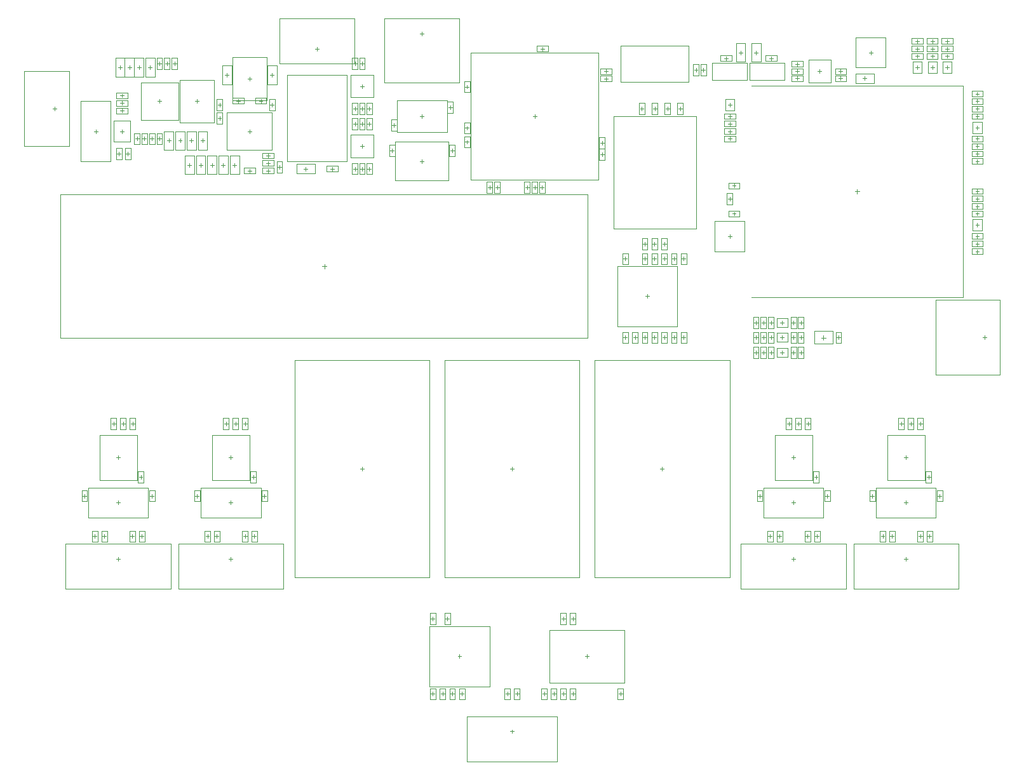
<source format=gbr>
%TF.GenerationSoftware,Altium Limited,Altium Designer,23.3.1 (30)*%
G04 Layer_Color=32896*
%FSLAX45Y45*%
%MOMM*%
%TF.SameCoordinates,E4F86091-2262-4A10-A0E3-B6E4D0D901A0*%
%TF.FilePolarity,Positive*%
%TF.FileFunction,Other,Top_Courtyard*%
%TF.Part,Single*%
G01*
G75*
%TA.AperFunction,NonConductor*%
%ADD81C,0.10000*%
%ADD84C,0.05000*%
%ADD158C,0.02000*%
%ADD159C,0.01000*%
D81*
X1350000Y9200000D02*
Y10700000D01*
Y9200000D02*
X2450000D01*
Y10700000D01*
X1350000D02*
X2450000D01*
D84*
X4569999Y9700000D02*
X4629999D01*
X4599999Y9670000D02*
Y9730000D01*
X3190299Y11109700D02*
X6009699D01*
Y8290300D02*
Y11109700D01*
X3190299Y8290300D02*
X6009699D01*
X2669200Y11185000D02*
X3130800D01*
X2669200D02*
Y11415000D01*
X3130800D01*
Y11185000D02*
Y11415000D01*
X3169200Y11415000D02*
X3630800D01*
Y11185000D02*
Y11415000D01*
X3169200Y11185000D02*
X3630800D01*
X3169200D02*
Y11415000D01*
X1010280Y7742420D02*
Y9657580D01*
X-6022980D02*
X1010280D01*
X-6022980Y7742420D02*
Y9657580D01*
Y7742420D02*
X1010280D01*
X-2500000Y8670000D02*
Y8730000D01*
X-2530000Y8700000D02*
X-2470000D01*
D158*
X-4987500Y5965000D02*
X-4912500D01*
Y5815000D02*
Y5965000D01*
X-4987500Y5815000D02*
Y5965000D01*
X-4950000Y5865000D02*
Y5915000D01*
X-4975000Y5890000D02*
X-4925000D01*
X-4987500Y5815000D02*
X-4912500D01*
X6275000Y9462500D02*
Y9537500D01*
X6125000Y9462500D02*
X6275000D01*
X6125000Y9537500D02*
X6275000D01*
X6175000Y9500000D02*
X6225000D01*
X6200000Y9475000D02*
Y9525000D01*
X6125000Y9462500D02*
Y9537500D01*
X6275000Y9062500D02*
Y9137500D01*
X6125000Y9062500D02*
X6275000D01*
X6125000Y9137500D02*
X6275000D01*
X6175000Y9100000D02*
X6225000D01*
X6200000Y9075000D02*
Y9125000D01*
X6125000Y9062500D02*
Y9137500D01*
X6275000Y10762500D02*
Y10837500D01*
X6125000Y10762500D02*
X6275000D01*
X6125000Y10837500D02*
X6275000D01*
X6175000Y10800000D02*
X6225000D01*
X6200000Y10775000D02*
Y10825000D01*
X6125000Y10762500D02*
Y10837500D01*
Y10962500D02*
Y11037500D01*
X6275000D01*
X6125000Y10962500D02*
X6275000D01*
X6175000Y11000000D02*
X6225000D01*
X6200000Y10975000D02*
Y11025000D01*
X6275000Y10962500D02*
Y11037500D01*
X6125000Y9662500D02*
Y9737500D01*
X6275000D01*
X6125000Y9662500D02*
X6275000D01*
X6175000Y9700000D02*
X6225000D01*
X6200000Y9675000D02*
Y9725000D01*
X6275000Y9662500D02*
Y9737500D01*
Y10362500D02*
Y10437500D01*
X6125000Y10362500D02*
X6275000D01*
X6125000Y10437500D02*
X6275000D01*
X6175000Y10400000D02*
X6225000D01*
X6200000Y10375000D02*
Y10425000D01*
X6125000Y10362500D02*
Y10437500D01*
X1860000Y7825000D02*
X1935000D01*
X1872500Y7750000D02*
X1922500D01*
X1897500Y7725000D02*
Y7775000D01*
X1935000Y7675000D02*
Y7825000D01*
X1860000Y7675000D02*
Y7825000D01*
Y7675000D02*
X1935000D01*
X1990000Y7825000D02*
X2065000D01*
X2002500Y7750000D02*
X2052500D01*
X2027500Y7725000D02*
Y7775000D01*
X2065000Y7675000D02*
Y7825000D01*
X1990000Y7675000D02*
Y7825000D01*
Y7675000D02*
X2065000D01*
X1730000Y7825000D02*
X1805000D01*
X1742500Y7750000D02*
X1792500D01*
X1767500Y7725000D02*
Y7775000D01*
X1805000Y7675000D02*
Y7825000D01*
X1730000Y7675000D02*
Y7825000D01*
Y7675000D02*
X1805000D01*
X1470000Y7825000D02*
X1545000D01*
X1482500Y7750000D02*
X1532500D01*
X1507500Y7725000D02*
Y7775000D01*
X1545000Y7675000D02*
Y7825000D01*
X1470000Y7675000D02*
Y7825000D01*
Y7675000D02*
X1545000D01*
X1600000Y7825000D02*
X1675000D01*
X1612500Y7750000D02*
X1662500D01*
X1637500Y7725000D02*
Y7775000D01*
X1675000Y7675000D02*
Y7825000D01*
X1600000Y7675000D02*
Y7825000D01*
Y7675000D02*
X1675000D01*
X1730000Y8925000D02*
X1805000D01*
X1742500Y9000000D02*
X1792500D01*
X1767500Y8975000D02*
Y9025000D01*
X1730000Y8925000D02*
Y9075000D01*
X1805000Y8925000D02*
Y9075000D01*
X1730000D02*
X1805000D01*
X1990000Y8925000D02*
X2065000D01*
X2002500Y9000000D02*
X2052500D01*
X2027500Y8975000D02*
Y9025000D01*
X1990000Y8925000D02*
Y9075000D01*
X2065000Y8925000D02*
Y9075000D01*
X1990000D02*
X2065000D01*
X1860000Y8925000D02*
X1935000D01*
X1872500Y9000000D02*
X1922500D01*
X1897500Y8975000D02*
Y9025000D01*
X1860000Y8925000D02*
Y9075000D01*
X1935000Y8925000D02*
Y9075000D01*
X1860000D02*
X1935000D01*
X2250000Y8725000D02*
X2325000D01*
X2262500Y8800000D02*
X2312500D01*
X2287500Y8775000D02*
Y8825000D01*
X2250000Y8725000D02*
Y8875000D01*
X2325000Y8725000D02*
Y8875000D01*
X2250000D02*
X2325000D01*
X2120000Y7825000D02*
X2195000D01*
X2132500Y7750000D02*
X2182500D01*
X2157500Y7725000D02*
Y7775000D01*
X2195000Y7675000D02*
Y7825000D01*
X2120000Y7675000D02*
Y7825000D01*
Y7675000D02*
X2195000D01*
X2250000Y7825000D02*
X2325000D01*
X2262500Y7750000D02*
X2312500D01*
X2287500Y7725000D02*
Y7775000D01*
X2325000Y7675000D02*
Y7825000D01*
X2250000Y7675000D02*
Y7825000D01*
Y7675000D02*
X2325000D01*
X3812500Y7825000D02*
X3887500D01*
X3825000Y7750000D02*
X3875000D01*
X3850000Y7725000D02*
Y7775000D01*
X3887500Y7675000D02*
Y7825000D01*
X3812500Y7675000D02*
Y7825000D01*
Y7675000D02*
X3887500D01*
X3812500Y7625000D02*
X3887500D01*
X3825000Y7550000D02*
X3875000D01*
X3850000Y7525000D02*
Y7575000D01*
X3887500Y7475000D02*
Y7625000D01*
X3812500Y7475000D02*
Y7625000D01*
Y7475000D02*
X3887500D01*
X4312500Y7675000D02*
X4387500D01*
X4325000Y7750000D02*
X4375000D01*
X4350000Y7725000D02*
Y7775000D01*
X4312500Y7675000D02*
Y7825000D01*
X4387500Y7675000D02*
Y7825000D01*
X4312500D02*
X4387500D01*
X3812500Y8025000D02*
X3887500D01*
X3825000Y7950000D02*
X3875000D01*
X3850000Y7925000D02*
Y7975000D01*
X3887500Y7875000D02*
Y8025000D01*
X3812500Y7875000D02*
Y8025000D01*
Y7875000D02*
X3887500D01*
X3412500Y8025000D02*
X3487500D01*
X3425000Y7950000D02*
X3475000D01*
X3450000Y7925000D02*
Y7975000D01*
X3487500Y7875000D02*
Y8025000D01*
X3412500Y7875000D02*
Y8025000D01*
Y7875000D02*
X3487500D01*
X3412500Y7625000D02*
X3487500D01*
X3425000Y7550000D02*
X3475000D01*
X3450000Y7525000D02*
Y7575000D01*
X3487500Y7475000D02*
Y7625000D01*
X3412500Y7475000D02*
Y7625000D01*
Y7475000D02*
X3487500D01*
X3412500Y7825000D02*
X3487500D01*
X3425000Y7750000D02*
X3475000D01*
X3450000Y7725000D02*
Y7775000D01*
X3487500Y7675000D02*
Y7825000D01*
X3412500Y7675000D02*
Y7825000D01*
Y7675000D02*
X3487500D01*
X2825000Y10562500D02*
Y10637500D01*
X2900000Y10575000D02*
Y10625000D01*
X2875000Y10600000D02*
X2925000D01*
X2825000Y10637500D02*
X2975000D01*
X2825000Y10562500D02*
X2975000D01*
Y10637500D01*
Y10362500D02*
Y10437500D01*
X2900000Y10375000D02*
Y10425000D01*
X2875000Y10400000D02*
X2925000D01*
X2825000Y10362500D02*
X2975000D01*
X2825000Y10437500D02*
X2975000D01*
X2825000Y10362500D02*
Y10437500D01*
X4454500Y11167500D02*
Y11242500D01*
X4379499Y11180000D02*
Y11230000D01*
X4354500Y11205000D02*
X4404499D01*
X4304499Y11167500D02*
X4454500D01*
X4304499Y11242500D02*
X4454500D01*
X4304499Y11167500D02*
Y11242500D01*
X4454500Y11262500D02*
Y11337500D01*
X4379499Y11275000D02*
Y11325000D01*
X4354500Y11300000D02*
X4404499D01*
X4304499Y11262500D02*
X4454500D01*
X4304499Y11337500D02*
X4454500D01*
X4304499Y11262500D02*
Y11337500D01*
X3874999Y11262500D02*
Y11337500D01*
X3799999Y11275000D02*
Y11325000D01*
X3774999Y11300000D02*
X3824999D01*
X3724999Y11262500D02*
X3874999D01*
X3724999Y11337500D02*
X3874999D01*
X3724999Y11262500D02*
Y11337500D01*
X3874999Y11357500D02*
Y11432500D01*
X3799999Y11370000D02*
Y11420000D01*
X3774999Y11395000D02*
X3824999D01*
X3724999Y11357500D02*
X3874999D01*
X3724999Y11432500D02*
X3874999D01*
X3724999Y11357500D02*
Y11432500D01*
X3375000Y11433750D02*
Y11508750D01*
X3450000Y11446250D02*
Y11496250D01*
X3425000Y11471250D02*
X3475000D01*
X3375000Y11508750D02*
X3525000D01*
X3375000Y11433750D02*
X3525000D01*
Y11508750D01*
X2925000Y11433750D02*
Y11508750D01*
X2850000Y11446250D02*
Y11496250D01*
X2825000Y11471250D02*
X2875000D01*
X2775000Y11433750D02*
X2925000D01*
X2775000Y11508750D02*
X2925000D01*
X2775000Y11433750D02*
Y11508750D01*
X2512500Y11390700D02*
X2587500D01*
X2525000Y11315700D02*
X2575000D01*
X2550000Y11290700D02*
Y11340700D01*
X2587500Y11240700D02*
Y11390700D01*
X2512500Y11240700D02*
Y11390700D01*
Y11240700D02*
X2587500D01*
X2412500Y11390700D02*
X2487500D01*
X2425000Y11315700D02*
X2475000D01*
X2450000Y11290700D02*
Y11340700D01*
X2487500Y11240700D02*
Y11390700D01*
X2412500Y11240700D02*
Y11390700D01*
Y11240700D02*
X2487500D01*
X1862500Y10725000D02*
X1937500D01*
X1875000Y10800000D02*
X1925000D01*
X1900000Y10775000D02*
Y10825000D01*
X1862500Y10725000D02*
Y10875000D01*
X1937500Y10725000D02*
Y10875000D01*
X1862500D02*
X1937500D01*
X-5157500Y10275000D02*
X-5082500D01*
X-5145000Y10200000D02*
X-5095000D01*
X-5120000Y10175000D02*
Y10225000D01*
X-5082500Y10125000D02*
Y10275000D01*
X-5157500Y10125000D02*
Y10275000D01*
Y10125000D02*
X-5082500D01*
X-5277500Y10275000D02*
X-5202500D01*
X-5265000Y10200000D02*
X-5215000D01*
X-5240000Y10175000D02*
Y10225000D01*
X-5202500Y10125000D02*
Y10275000D01*
X-5277500Y10125000D02*
Y10275000D01*
Y10125000D02*
X-5202500D01*
X-4537500Y11475000D02*
X-4462500D01*
X-4525000Y11400000D02*
X-4475000D01*
X-4500000Y11375000D02*
Y11425000D01*
X-4462500Y11324999D02*
Y11475000D01*
X-4537500Y11324999D02*
Y11475000D01*
Y11324999D02*
X-4462500D01*
X-4637500D02*
X-4562500D01*
X-4625000Y11400000D02*
X-4575000D01*
X-4600000Y11375000D02*
Y11425000D01*
X-4637500Y11324999D02*
Y11475000D01*
X-4562500Y11324999D02*
Y11475000D01*
X-4637500D02*
X-4562500D01*
X-3575000Y10868699D02*
Y10943699D01*
X-3650000Y10881199D02*
Y10931199D01*
X-3675000Y10906199D02*
X-3625000D01*
X-3725000Y10868699D02*
X-3575000D01*
X-3725000Y10943699D02*
X-3575000D01*
X-3725000Y10868699D02*
Y10943699D01*
X-3937500Y10925000D02*
X-3862500D01*
X-3925000Y10850000D02*
X-3875000D01*
X-3900000Y10825000D02*
Y10875000D01*
X-3862500Y10775000D02*
Y10925000D01*
X-3937500Y10775000D02*
Y10925000D01*
Y10775000D02*
X-3862500D01*
X-3937500Y10599999D02*
X-3862500D01*
X-3925000Y10674999D02*
X-3875000D01*
X-3900000Y10650000D02*
Y10699999D01*
X-3937500Y10599999D02*
Y10750000D01*
X-3862500Y10599999D02*
Y10750000D01*
X-3937500D02*
X-3862500D01*
X-3137500Y10100000D02*
X-3062500D01*
X-3125000Y10025000D02*
X-3075000D01*
X-3100000Y10000000D02*
Y10049999D01*
X-3062500Y9949999D02*
Y10100000D01*
X-3137500Y9949999D02*
Y10100000D01*
Y9949999D02*
X-3062500D01*
X-2475000Y9962500D02*
Y10037500D01*
X-2400000Y9975000D02*
Y10025000D01*
X-2425000Y10000000D02*
X-2375000D01*
X-2475000Y10037500D02*
X-2325000D01*
X-2475000Y9962500D02*
X-2325000D01*
Y10037500D01*
X-2132500Y11324999D02*
X-2057500D01*
X-2120000Y11400000D02*
X-2070000D01*
X-2095000Y11375000D02*
Y11425000D01*
X-2132500Y11324999D02*
Y11475000D01*
X-2057500Y11324999D02*
Y11475000D01*
X-2132500D02*
X-2057500D01*
X-2037500Y10875000D02*
X-1962500D01*
X-2025000Y10800000D02*
X-1975000D01*
X-2000000Y10775000D02*
Y10825000D01*
X-1962500Y10725000D02*
Y10875000D01*
X-2037500Y10725000D02*
Y10875000D01*
Y10725000D02*
X-1962500D01*
X-2132500Y10875000D02*
X-2057500D01*
X-2120000Y10800000D02*
X-2070000D01*
X-2095000Y10775000D02*
Y10825000D01*
X-2057500Y10725000D02*
Y10875000D01*
X-2132500Y10725000D02*
Y10875000D01*
Y10725000D02*
X-2057500D01*
X-1942500Y10525000D02*
X-1867500D01*
X-1930000Y10600000D02*
X-1880000D01*
X-1905000Y10575000D02*
Y10625000D01*
X-1942500Y10525000D02*
Y10675000D01*
X-1867500Y10525000D02*
Y10675000D01*
X-1942500D02*
X-1867500D01*
X-2132500Y10075000D02*
X-2057500D01*
X-2120000Y10000000D02*
X-2070000D01*
X-2095000Y9975000D02*
Y10025000D01*
X-2057500Y9924999D02*
Y10075000D01*
X-2132500Y9924999D02*
Y10075000D01*
Y9924999D02*
X-2057500D01*
X-837500Y10317000D02*
X-762500D01*
X-825000Y10242000D02*
X-775000D01*
X-800000Y10217000D02*
Y10267000D01*
X-762500Y10167000D02*
Y10317000D01*
X-837500Y10167000D02*
Y10317000D01*
Y10167000D02*
X-762500D01*
X-1612300Y10654100D02*
X-1537300D01*
X-1599800Y10579100D02*
X-1549800D01*
X-1574800Y10554100D02*
Y10604100D01*
X-1537300Y10504100D02*
Y10654100D01*
X-1612300Y10504100D02*
Y10654100D01*
Y10504100D02*
X-1537300D01*
X-863000Y10745400D02*
X-788000D01*
X-850500Y10820400D02*
X-800500D01*
X-825500Y10795400D02*
Y10845400D01*
X-863000Y10745400D02*
Y10895400D01*
X-788000Y10745400D02*
Y10895400D01*
X-863000D02*
X-788000D01*
X-637500Y11018000D02*
X-562500D01*
X-625000Y11093000D02*
X-575000D01*
X-600000Y11068000D02*
Y11118000D01*
X-637500Y11018000D02*
Y11168000D01*
X-562500Y11018000D02*
Y11168000D01*
X-637500D02*
X-562500D01*
X482000Y11562500D02*
Y11637500D01*
X407000Y11575000D02*
Y11625000D01*
X382000Y11600000D02*
X432000D01*
X332000Y11562500D02*
X482000D01*
X332000Y11637500D02*
X482000D01*
X332000Y11562500D02*
Y11637500D01*
X1175000Y11262500D02*
Y11337500D01*
X1250000Y11275000D02*
Y11325000D01*
X1225000Y11300000D02*
X1275000D01*
X1175000Y11337500D02*
X1325000D01*
X1175000Y11262500D02*
X1325000D01*
Y11337500D01*
X1175000Y11162500D02*
Y11237500D01*
X1250000Y11175000D02*
Y11225000D01*
X1225000Y11200000D02*
X1275000D01*
X1175000Y11237500D02*
X1325000D01*
X1175000Y11162500D02*
X1325000D01*
Y11237500D01*
X1162500Y10268000D02*
X1237500D01*
X1175000Y10343000D02*
X1225000D01*
X1200000Y10318000D02*
Y10368000D01*
X1162500Y10268000D02*
Y10418000D01*
X1237500Y10268000D02*
Y10418000D01*
X1162500D02*
X1237500D01*
X362500Y9825000D02*
X437500D01*
X375000Y9750000D02*
X425000D01*
X400000Y9725000D02*
Y9775000D01*
X437500Y9675000D02*
Y9825000D01*
X362500Y9675000D02*
Y9825000D01*
Y9675000D02*
X437500D01*
X262500Y9825000D02*
X337500D01*
X275000Y9750000D02*
X325000D01*
X300000Y9725000D02*
Y9775000D01*
X337500Y9675000D02*
Y9825000D01*
X262500Y9675000D02*
Y9825000D01*
Y9675000D02*
X337500D01*
X162500Y9825000D02*
X237500D01*
X175000Y9750000D02*
X225000D01*
X200000Y9725000D02*
Y9775000D01*
X237500Y9675000D02*
Y9825000D01*
X162500Y9675000D02*
Y9825000D01*
Y9675000D02*
X237500D01*
X-337500Y9825000D02*
X-262500D01*
X-325000Y9750000D02*
X-275000D01*
X-300000Y9725000D02*
Y9775000D01*
X-262500Y9675000D02*
Y9825000D01*
X-337500Y9675000D02*
Y9825000D01*
Y9675000D02*
X-262500D01*
X-3237501Y10775000D02*
X-3162500D01*
X-3225000Y10850000D02*
X-3175001D01*
X-3200000Y10825000D02*
Y10875000D01*
X-3237501Y10775000D02*
Y10925000D01*
X-3162500Y10775000D02*
Y10925000D01*
X-3237501D02*
X-3162500D01*
X-3487500Y5815000D02*
X-3412500D01*
X-3475000Y5890000D02*
X-3425000D01*
X-3450000Y5865000D02*
Y5915000D01*
X-3487500Y5815000D02*
Y5965000D01*
X-3412500Y5815000D02*
Y5965000D01*
X-3487500D02*
X-3412500D01*
X-1095000Y3925000D02*
X-1020000D01*
X-1082500Y4000000D02*
X-1032500D01*
X-1057500Y3975000D02*
Y4025000D01*
X-1095000Y3925000D02*
Y4075000D01*
X-1020000Y3925000D02*
Y4075000D01*
X-1095000D02*
X-1020000D01*
X-705000Y3075000D02*
X-630000D01*
X-692500Y3000000D02*
X-642500D01*
X-667500Y2975000D02*
Y3025000D01*
X-630000Y2925000D02*
Y3075000D01*
X-705000Y2925000D02*
Y3075000D01*
Y2925000D02*
X-630000D01*
X772000Y3925000D02*
X847000D01*
X784500Y4000000D02*
X834500D01*
X809500Y3975000D02*
Y4025000D01*
X772000Y3925000D02*
Y4075000D01*
X847000Y3925000D02*
Y4075000D01*
X772000D02*
X847000D01*
X772000Y3075000D02*
X847000D01*
X784500Y3000000D02*
X834500D01*
X809500Y2975000D02*
Y3025000D01*
X847000Y2925000D02*
Y3075000D01*
X772000Y2925000D02*
Y3075000D01*
Y2925000D02*
X847000D01*
X1407000Y3075000D02*
X1482000D01*
X1419500Y3000000D02*
X1469500D01*
X1444500Y2975000D02*
Y3025000D01*
X1482000Y2925000D02*
Y3075000D01*
X1407000Y2925000D02*
Y3075000D01*
Y2925000D02*
X1482000D01*
X518000Y3075000D02*
X593000D01*
X530500Y3000000D02*
X580500D01*
X555500Y2975000D02*
Y3025000D01*
X593000Y2925000D02*
Y3075000D01*
X518000Y2925000D02*
Y3075000D01*
Y2925000D02*
X593000D01*
X-3724000Y6525000D02*
X-3649000D01*
X-3711500Y6600000D02*
X-3661500D01*
X-3686500Y6575000D02*
Y6625000D01*
X-3724000Y6525000D02*
Y6675000D01*
X-3649000Y6525000D02*
Y6675000D01*
X-3724000D02*
X-3649000D01*
X-5224000Y6525000D02*
X-5149000D01*
X-5211500Y6600000D02*
X-5161500D01*
X-5186500Y6575000D02*
Y6625000D01*
X-5224000Y6525000D02*
Y6675000D01*
X-5149000Y6525000D02*
Y6675000D01*
X-5224000D02*
X-5149000D01*
X-3473540Y5025000D02*
X-3398540D01*
X-3461040Y5100000D02*
X-3411040D01*
X-3436040Y5075000D02*
Y5125000D01*
X-3473540Y5025000D02*
Y5175000D01*
X-3398540Y5025000D02*
Y5175000D01*
X-3473540D02*
X-3398540D01*
X-4098540Y5025000D02*
X-4023540D01*
X-4086040Y5100000D02*
X-4036040D01*
X-4061040Y5075000D02*
Y5125000D01*
X-4098540Y5025000D02*
Y5175000D01*
X-4023540Y5025000D02*
Y5175000D01*
X-4098540D02*
X-4023540D01*
X-4973540Y5025000D02*
X-4898540D01*
X-4961040Y5100000D02*
X-4911040D01*
X-4936040Y5075000D02*
Y5125000D01*
X-4973540Y5025000D02*
Y5175000D01*
X-4898540Y5025000D02*
Y5175000D01*
X-4973540D02*
X-4898540D01*
X-5598540Y5025000D02*
X-5523540D01*
X-5586040Y5100000D02*
X-5536040D01*
X-5561040Y5075000D02*
Y5125000D01*
X-5598540Y5025000D02*
Y5175000D01*
X-5523540Y5025000D02*
Y5175000D01*
X-5598540D02*
X-5523540D01*
X5276000Y6525000D02*
X5351000D01*
X5288500Y6600000D02*
X5338500D01*
X5313500Y6575000D02*
Y6625000D01*
X5276000Y6525000D02*
Y6675000D01*
X5351000Y6525000D02*
Y6675000D01*
X5276000D02*
X5351000D01*
X5512500Y5815000D02*
X5587500D01*
X5525000Y5890000D02*
X5575000D01*
X5550000Y5865000D02*
Y5915000D01*
X5512500Y5815000D02*
Y5965000D01*
X5587500Y5815000D02*
Y5965000D01*
X5512500D02*
X5587500D01*
X5526460Y5025000D02*
X5601460D01*
X5538960Y5100000D02*
X5588960D01*
X5563960Y5075000D02*
Y5125000D01*
X5526460Y5025000D02*
Y5175000D01*
X5601460Y5025000D02*
Y5175000D01*
X5526460D02*
X5601460D01*
X4901460Y5025000D02*
X4976460D01*
X4913960Y5100000D02*
X4963960D01*
X4938960Y5075000D02*
Y5125000D01*
X4901460Y5025000D02*
Y5175000D01*
X4976460Y5025000D02*
Y5175000D01*
X4901460D02*
X4976460D01*
X3776000Y6525000D02*
X3851000D01*
X3788500Y6600000D02*
X3838500D01*
X3813500Y6575000D02*
Y6625000D01*
X3776000Y6525000D02*
Y6675000D01*
X3851000Y6525000D02*
Y6675000D01*
X3776000D02*
X3851000D01*
X4012500Y5815000D02*
X4087500D01*
X4025000Y5890000D02*
X4075000D01*
X4050000Y5865000D02*
Y5915000D01*
X4012500Y5815000D02*
Y5965000D01*
X4087500Y5815000D02*
Y5965000D01*
X4012500D02*
X4087500D01*
X4026460Y5025000D02*
X4101460D01*
X4038960Y5100000D02*
X4088960D01*
X4063960Y5075000D02*
Y5125000D01*
X4026460Y5025000D02*
Y5175000D01*
X4101460Y5025000D02*
Y5175000D01*
X4026460D02*
X4101460D01*
X3401460Y5025000D02*
X3476460D01*
X3413960Y5100000D02*
X3463960D01*
X3438960Y5075000D02*
Y5125000D01*
X3401460Y5025000D02*
Y5175000D01*
X3476460Y5025000D02*
Y5175000D01*
X3401460D02*
X3476460D01*
X5675000Y11562500D02*
Y11637500D01*
X5600000Y11575000D02*
Y11625000D01*
X5575000Y11600000D02*
X5625000D01*
X5525000Y11562500D02*
X5675000D01*
X5525000Y11637500D02*
X5675000D01*
X5525000Y11562500D02*
Y11637500D01*
X5475000Y11562500D02*
Y11637500D01*
X5400000Y11575000D02*
Y11625000D01*
X5375000Y11600000D02*
X5425000D01*
X5325000Y11562500D02*
X5475000D01*
X5325000Y11637500D02*
X5475000D01*
X5325000Y11562500D02*
Y11637500D01*
X5875000Y11562500D02*
Y11637500D01*
X5800000Y11575000D02*
Y11625000D01*
X5775000Y11600000D02*
X5825000D01*
X5725000Y11562500D02*
X5875000D01*
X5725000Y11637500D02*
X5875000D01*
X5725000Y11562500D02*
Y11637500D01*
D159*
X6200000Y10525000D02*
Y10575000D01*
X6175000Y10550000D02*
X6225000D01*
X6140000Y10475000D02*
X6260000D01*
X6140000D02*
Y10625000D01*
X6260000D01*
Y10475000D02*
Y10625000D01*
X6125000Y9637500D02*
X6275000D01*
X6125000Y9562500D02*
X6275000D01*
Y9637500D01*
X6125000Y9562500D02*
Y9637500D01*
X6200000Y9575000D02*
Y9625000D01*
X6175000Y9600000D02*
X6225000D01*
X6125000Y8862500D02*
Y8937500D01*
X6275000Y8862500D02*
Y8937500D01*
X6125000Y8862500D02*
X6275000D01*
X6125000Y8937500D02*
X6275000D01*
X6175000Y8900000D02*
X6225000D01*
X6200000Y8875000D02*
Y8925000D01*
X6275000Y8962500D02*
Y9037500D01*
X6125000Y8962500D02*
Y9037500D01*
X6275000D01*
X6125000Y8962500D02*
X6275000D01*
X6175000Y9000000D02*
X6225000D01*
X6200000Y8975000D02*
Y9025000D01*
X6200000Y9225000D02*
Y9275000D01*
X6175000Y9250000D02*
X6225000D01*
X6140000Y9175000D02*
X6260000D01*
X6140000D02*
Y9325000D01*
X6260000D01*
Y9175000D02*
Y9325000D01*
X6275000Y9362500D02*
Y9437500D01*
X6125000Y9362500D02*
Y9437500D01*
X6275000D01*
X6125000Y9362500D02*
X6275000D01*
X6175000Y9400000D02*
X6225000D01*
X6200000Y9375000D02*
Y9425000D01*
X6275000Y10662500D02*
Y10737500D01*
X6125000Y10662500D02*
Y10737500D01*
X6275000D01*
X6125000Y10662500D02*
X6275000D01*
X6175000Y10700000D02*
X6225000D01*
X6200000Y10675000D02*
Y10725000D01*
X6125000Y10937500D02*
X6275000D01*
X6125000Y10862500D02*
X6275000D01*
Y10937500D01*
X6125000Y10862500D02*
Y10937500D01*
X6200000Y10875000D02*
Y10925000D01*
X6175000Y10900000D02*
X6225000D01*
X6125000Y10162500D02*
Y10237500D01*
X6275000Y10162500D02*
Y10237500D01*
X6125000Y10162500D02*
X6275000D01*
X6125000Y10237500D02*
X6275000D01*
X6175000Y10200000D02*
X6225000D01*
X6200000Y10175000D02*
Y10225000D01*
X6275000Y10062500D02*
Y10137500D01*
X6125000Y10062500D02*
Y10137500D01*
X6275000D01*
X6125000Y10062500D02*
X6275000D01*
X6175000Y10100000D02*
X6225000D01*
X6200000Y10075000D02*
Y10125000D01*
X6275000Y10262500D02*
Y10337500D01*
X6125000Y10262500D02*
Y10337500D01*
X6275000D01*
X6125000Y10262500D02*
X6275000D01*
X6175000Y10300000D02*
X6225000D01*
X6200000Y10275000D02*
Y10325000D01*
X-5097000Y6525000D02*
X-5022000D01*
X-5097000Y6675000D02*
X-5022000D01*
Y6525000D02*
Y6675000D01*
X-5097000Y6525000D02*
Y6675000D01*
X-5059500Y6575000D02*
Y6625000D01*
X-5084500Y6600000D02*
X-5034500D01*
X1400000Y7900000D02*
Y8700000D01*
X2200000D01*
X1400000Y7900000D02*
X2200000D01*
Y8700000D01*
X1800000Y8275000D02*
Y8325000D01*
X1775000Y8300000D02*
X1825000D01*
X1482500Y8800000D02*
X1532500D01*
X1507500Y8775000D02*
Y8825000D01*
X1470000Y8725000D02*
Y8875000D01*
X1545000Y8725000D02*
Y8875000D01*
X1470000D02*
X1545000D01*
X1470000Y8725000D02*
X1545000D01*
X1742500Y8800000D02*
X1792500D01*
X1767500Y8775000D02*
Y8825000D01*
X1730000Y8725000D02*
Y8875000D01*
X1805000Y8725000D02*
Y8875000D01*
X1730000D02*
X1805000D01*
X1730000Y8725000D02*
X1805000D01*
X1872500Y8800000D02*
X1922500D01*
X1897500Y8775000D02*
Y8825000D01*
X1860000Y8725000D02*
Y8875000D01*
X1935000Y8725000D02*
Y8875000D01*
X1860000D02*
X1935000D01*
X1860000Y8725000D02*
X1935000D01*
X2002500Y8800000D02*
X2052500D01*
X2027500Y8775000D02*
Y8825000D01*
X1990000Y8725000D02*
Y8875000D01*
X2065000Y8725000D02*
Y8875000D01*
X1990000D02*
X2065000D01*
X1990000Y8725000D02*
X2065000D01*
X2132500Y8800000D02*
X2182500D01*
X2157500Y8775000D02*
Y8825000D01*
X2195000Y8725000D02*
Y8875000D01*
X2120000Y8725000D02*
Y8875000D01*
Y8725000D02*
X2195000D01*
X2120000Y8875000D02*
X2195000D01*
X3725000Y7550000D02*
X3775000D01*
X3750000Y7525000D02*
Y7575000D01*
X3712500Y7475000D02*
Y7625000D01*
X3787500Y7475000D02*
Y7625000D01*
X3712500D02*
X3787500D01*
X3712500Y7475000D02*
X3787500D01*
X3525000Y7490000D02*
X3675000D01*
Y7610000D01*
X3525000D02*
X3675000D01*
X3525000Y7490000D02*
Y7610000D01*
X3600000Y7525000D02*
Y7575000D01*
X3575000Y7550000D02*
X3625000D01*
X3725000Y7750000D02*
X3775000D01*
X3750000Y7725000D02*
Y7775000D01*
X3712500Y7675000D02*
Y7825000D01*
X3787500Y7675000D02*
Y7825000D01*
X3712500D02*
X3787500D01*
X3712500Y7675000D02*
X3787500D01*
X4150000Y7717460D02*
Y7777460D01*
X4120000Y7747460D02*
X4180000D01*
X4025540Y7833820D02*
X4274460D01*
Y7666180D02*
Y7833820D01*
X4025540Y7666180D02*
X4274460D01*
X4025540D02*
Y7833820D01*
X3525000Y7690000D02*
X3675000D01*
Y7810000D01*
X3525000D02*
X3675000D01*
X3525000Y7690000D02*
Y7810000D01*
X3600000Y7725000D02*
Y7775000D01*
X3575000Y7750000D02*
X3625000D01*
X3525000Y7890000D02*
X3675000D01*
Y8010000D01*
X3525000D02*
X3675000D01*
X3525000Y7890000D02*
Y8010000D01*
X3600000Y7925000D02*
Y7975000D01*
X3575000Y7950000D02*
X3625000D01*
X3725000D02*
X3775000D01*
X3750000Y7925000D02*
Y7975000D01*
X3712500Y7875000D02*
Y8025000D01*
X3787500Y7875000D02*
Y8025000D01*
X3712500D02*
X3787500D01*
X3712500Y7875000D02*
X3787500D01*
X3225000Y7950000D02*
X3275000D01*
X3250000Y7925000D02*
Y7975000D01*
X3287500Y7875000D02*
Y8025000D01*
X3212500Y7875000D02*
Y8025000D01*
Y7875000D02*
X3287500D01*
X3212500Y8025000D02*
X3287500D01*
X3325000Y7950000D02*
X3375000D01*
X3350000Y7925000D02*
Y7975000D01*
X3312500Y7875000D02*
Y8025000D01*
X3387500Y7875000D02*
Y8025000D01*
X3312500D02*
X3387500D01*
X3312500Y7875000D02*
X3387500D01*
X3325000Y7550000D02*
X3375000D01*
X3350000Y7525000D02*
Y7575000D01*
X3312500Y7475000D02*
Y7625000D01*
X3387500Y7475000D02*
Y7625000D01*
X3312500D02*
X3387500D01*
X3312500Y7475000D02*
X3387500D01*
X3225000Y7550000D02*
X3275000D01*
X3250000Y7525000D02*
Y7575000D01*
X3287500Y7475000D02*
Y7625000D01*
X3212500Y7475000D02*
Y7625000D01*
Y7475000D02*
X3287500D01*
X3212500Y7625000D02*
X3287500D01*
X3225000Y7750000D02*
X3275000D01*
X3250000Y7725000D02*
Y7775000D01*
X3287500Y7675000D02*
Y7825000D01*
X3212500Y7675000D02*
Y7825000D01*
Y7675000D02*
X3287500D01*
X3212500Y7825000D02*
X3287500D01*
X3325000Y7750000D02*
X3375000D01*
X3350000Y7725000D02*
Y7775000D01*
X3312500Y7675000D02*
Y7825000D01*
X3387500Y7675000D02*
Y7825000D01*
X3312500D02*
X3387500D01*
X3312500Y7675000D02*
X3387500D01*
X6300000Y7725000D02*
Y7775000D01*
X6275000Y7750000D02*
X6325000D01*
X5650000Y8250000D02*
X6500000D01*
Y7250000D02*
Y8250000D01*
X5650000Y7250000D02*
X6500000D01*
X5650000D02*
Y8250000D01*
X3033000Y9737500D02*
Y9812500D01*
X2883000Y9737500D02*
X3033000D01*
X2883000Y9812500D02*
X3033000D01*
X2933000Y9775000D02*
X2983000D01*
X2958000Y9750000D02*
Y9800000D01*
X2883000Y9737500D02*
Y9812500D01*
X2874999Y9600000D02*
X2924999D01*
X2899999Y9575000D02*
Y9625000D01*
X2862499Y9525000D02*
Y9675000D01*
X2937499Y9525000D02*
Y9675000D01*
X2862499D02*
X2937499D01*
X2862499Y9525000D02*
X2937499D01*
X3033000Y9362500D02*
Y9437500D01*
X2883000Y9362500D02*
X3033000D01*
X2883000Y9437500D02*
X3033000D01*
X2933000Y9400000D02*
X2983000D01*
X2958000Y9375000D02*
Y9425000D01*
X2883000Y9362500D02*
Y9437500D01*
X2699999Y8900000D02*
X3099999D01*
X2699999D02*
Y9300000D01*
X3099999D01*
Y8900000D02*
Y9300000D01*
X2899999Y9075000D02*
Y9125000D01*
X2874999Y9100000D02*
X2924999D01*
X2840000Y10775000D02*
Y10925000D01*
Y10775000D02*
X2960000D01*
Y10925000D01*
X2840000D02*
X2960000D01*
X2875000Y10850000D02*
X2925000D01*
X2900000Y10825000D02*
Y10875000D01*
Y10675000D02*
Y10725000D01*
X2875000Y10700000D02*
X2925000D01*
X2825000Y10662500D02*
X2975000D01*
X2825000Y10737500D02*
X2975000D01*
X2825000Y10662500D02*
Y10737500D01*
X2975000Y10662500D02*
Y10737500D01*
X2875000Y10500000D02*
X2925000D01*
X2900000Y10475000D02*
Y10525000D01*
X2825000Y10462500D02*
Y10537500D01*
X2975000Y10462500D02*
Y10537500D01*
X2825000Y10462500D02*
X2975000D01*
X2825000Y10537500D02*
X2975000D01*
X4579999Y11750000D02*
X4979999D01*
Y11350000D02*
Y11750000D01*
X4579999Y11350000D02*
X4979999D01*
X4579999D02*
Y11750000D01*
X4779999Y11525000D02*
Y11575000D01*
X4754999Y11550000D02*
X4804999D01*
X4576249Y11142500D02*
X4826249D01*
X4576249Y11267500D02*
X4826249D01*
X4676249Y11205000D02*
X4726249D01*
X4701249Y11180000D02*
Y11230000D01*
X4576249Y11142500D02*
Y11267500D01*
X4826249Y11142500D02*
Y11267500D01*
X4099999Y11275000D02*
Y11325000D01*
X4074999Y11300000D02*
X4124999D01*
X3949999Y11450000D02*
X4249999D01*
Y11150000D02*
Y11450000D01*
X3949999Y11150000D02*
X4249999D01*
X3949999D02*
Y11450000D01*
X3799999Y11180000D02*
Y11230000D01*
X3774999Y11205000D02*
X3824999D01*
X3724999Y11242500D02*
X3874999D01*
X3724999Y11167500D02*
X3874999D01*
Y11242500D01*
X3724999Y11167500D02*
Y11242500D01*
X3190000Y11425000D02*
Y11675000D01*
X3315000Y11425000D02*
Y11675000D01*
X3252500Y11525000D02*
Y11575000D01*
X3227500Y11550000D02*
X3277500D01*
X3190000Y11675000D02*
X3315000D01*
X3190000Y11425000D02*
X3315000D01*
X2985000D02*
Y11675000D01*
X3110000Y11425000D02*
Y11675000D01*
X3047500Y11525000D02*
Y11575000D01*
X3022500Y11550000D02*
X3072500D01*
X2985000Y11675000D02*
X3110000D01*
X2985000Y11425000D02*
X3110000D01*
X1450000Y11160000D02*
X2350000D01*
Y11640000D01*
X1450000D02*
X2350000D01*
X1450000Y11160000D02*
Y11640000D01*
X1704820Y10800000D02*
X1754820D01*
X1729820Y10775000D02*
Y10825000D01*
X1767320Y10725000D02*
Y10875000D01*
X1692320Y10725000D02*
Y10875000D01*
Y10725000D02*
X1767320D01*
X1692320Y10875000D02*
X1767320D01*
X2045180Y10800000D02*
X2095180D01*
X2070180Y10775000D02*
Y10825000D01*
X2107680Y10725000D02*
Y10875000D01*
X2032680Y10725000D02*
Y10875000D01*
Y10725000D02*
X2107680D01*
X2032680Y10875000D02*
X2107680D01*
X2215360Y10800000D02*
X2265360D01*
X2240360Y10775000D02*
Y10825000D01*
X2202860Y10725000D02*
Y10875000D01*
X2277860Y10725000D02*
Y10875000D01*
X2202860D02*
X2277860D01*
X2202860Y10725000D02*
X2277860D01*
X-1225000Y11800000D02*
X-1175000D01*
X-1200000Y11775000D02*
Y11825000D01*
X-1700000Y11150000D02*
Y12000000D01*
X-700000D01*
Y11150000D02*
Y12000000D01*
X-1700000Y11150000D02*
X-700000D01*
X-2625000Y11600000D02*
X-2575000D01*
X-2600000Y11575000D02*
Y11625000D01*
X-2100000Y11400000D02*
Y12000000D01*
X-3100000D02*
X-2100000D01*
X-3100000Y11400000D02*
Y12000000D01*
Y11400000D02*
X-2100000D01*
X-6100000Y10775000D02*
Y10825000D01*
X-6125000Y10800000D02*
X-6075000D01*
X-6500000Y11300000D02*
X-5900000D01*
X-6500000Y10300000D02*
Y11300000D01*
Y10300000D02*
X-5900000D01*
Y11300000D01*
X-5575000Y10500000D02*
X-5525000D01*
X-5550000Y10475000D02*
Y10525000D01*
X-5350000Y10100000D02*
Y10900000D01*
X-5750000Y10100000D02*
Y10900000D01*
X-5350000D01*
X-5750000Y10100000D02*
X-5350000D01*
X-5225000Y10500000D02*
X-5175000D01*
X-5200000Y10475000D02*
Y10525000D01*
X-5306680Y10642240D02*
X-5093320D01*
X-5306680Y10357760D02*
X-5093320D01*
Y10642240D01*
X-5306680Y10357760D02*
Y10642240D01*
X-5200000Y10950000D02*
Y11000000D01*
X-5225000Y10975000D02*
X-5175000D01*
X-5275000Y11012500D02*
X-5125000D01*
X-5275000Y10937500D02*
X-5125000D01*
Y11012500D01*
X-5275000Y10937500D02*
Y11012500D01*
X-5200000Y10850000D02*
Y10900000D01*
X-5225000Y10875000D02*
X-5175000D01*
X-5275000Y10837500D02*
X-5125000D01*
X-5275000Y10912500D02*
X-5125000D01*
X-5275000Y10837500D02*
Y10912500D01*
X-5125000Y10837500D02*
Y10912500D01*
X-5200000Y10750000D02*
Y10800000D01*
X-5225000Y10775000D02*
X-5175000D01*
X-5275000Y10737500D02*
X-5125000D01*
X-5275000Y10812500D02*
X-5125000D01*
X-5275000Y10737500D02*
Y10812500D01*
X-5125000Y10737500D02*
Y10812500D01*
X-4725000Y11400000D02*
X-4675000D01*
X-4700000Y11375000D02*
Y11425000D01*
X-4662500Y11325000D02*
Y11475000D01*
X-4737500Y11325000D02*
Y11475000D01*
Y11325000D02*
X-4662500D01*
X-4737500Y11475000D02*
X-4662500D01*
X-4887500Y11225000D02*
X-4762500D01*
X-4887500Y11475000D02*
X-4762500D01*
X-4850000Y11350000D02*
X-4800000D01*
X-4825000Y11325000D02*
Y11375000D01*
X-4762500Y11225000D02*
Y11475000D01*
X-4887500Y11225000D02*
Y11475000D01*
X-4912500Y11225000D02*
Y11475000D01*
X-5037500Y11225000D02*
Y11475000D01*
X-4975000Y11325000D02*
Y11375000D01*
X-5000000Y11350000D02*
X-4950000D01*
X-5037500Y11225000D02*
X-4912500D01*
X-5037500Y11475000D02*
X-4912500D01*
X-5037500Y11225000D02*
Y11475000D01*
X-5162500Y11225000D02*
Y11475000D01*
X-5100000Y11325000D02*
Y11375000D01*
X-5125000Y11350000D02*
X-5075000D01*
X-5162500Y11225000D02*
X-5037500D01*
X-5162500Y11475000D02*
X-5037500D01*
X-5287500Y11225000D02*
X-5162500D01*
X-5287500Y11475000D02*
X-5162500D01*
X-5250000Y11350000D02*
X-5200000D01*
X-5225000Y11325000D02*
Y11375000D01*
X-5162500Y11225000D02*
Y11475000D01*
X-5287500Y11225000D02*
Y11475000D01*
X-4950000Y11150000D02*
X-4450000D01*
Y10650000D02*
Y11150000D01*
X-4950000Y10650000D02*
X-4450000D01*
X-4950000D02*
Y11150000D01*
X-4700000Y10875000D02*
Y10924999D01*
X-4725000Y10900000D02*
X-4675000D01*
X-4225000Y10900000D02*
X-4175000D01*
X-4200000Y10875000D02*
Y10925000D01*
X-4428000Y10615000D02*
X-3972000D01*
X-4428000Y11185000D02*
X-3972000D01*
Y10615000D02*
Y11185000D01*
X-4428000Y10615000D02*
Y11185000D01*
X-3525000Y11200000D02*
X-3475000D01*
X-3500000Y11175000D02*
Y11225000D01*
X-3728000Y10915000D02*
X-3272000D01*
X-3728000Y11485000D02*
X-3272000D01*
Y10915000D02*
Y11485000D01*
X-3728000Y10915000D02*
Y11485000D01*
X-3262500Y11375000D02*
X-3137500D01*
X-3262500Y11125000D02*
X-3137500D01*
X-3225000Y11250000D02*
X-3175000D01*
X-3200000Y11225000D02*
Y11275000D01*
X-3262500Y11125000D02*
Y11375000D01*
X-3137500Y11125000D02*
Y11375000D01*
X-3862500D02*
X-3737500D01*
X-3862500Y11125000D02*
X-3737500D01*
X-3825000Y11250000D02*
X-3775000D01*
X-3800000Y11225000D02*
Y11275000D01*
X-3862500Y11125000D02*
Y11375000D01*
X-3737500Y11125000D02*
Y11375000D01*
X-3350000Y10881199D02*
Y10931199D01*
X-3375000Y10906199D02*
X-3325000D01*
X-3425000Y10868699D02*
X-3275000D01*
X-3425000Y10943699D02*
X-3275000D01*
X-3425000Y10868699D02*
Y10943699D01*
X-3275000Y10868699D02*
Y10943699D01*
X-3800000Y10250000D02*
X-3200000D01*
X-3800000Y10750000D02*
X-3200000D01*
X-3800000Y10250000D02*
Y10750000D01*
X-3200000Y10250000D02*
Y10750000D01*
X-3500000Y10475000D02*
Y10525000D01*
X-3525000Y10500000D02*
X-3475000D01*
X-5025000Y10400000D02*
X-4975000D01*
X-5000000Y10375000D02*
Y10425000D01*
X-4962500Y10325000D02*
Y10475000D01*
X-5037500Y10325000D02*
Y10475000D01*
Y10325000D02*
X-4962500D01*
X-5037500Y10475000D02*
X-4962500D01*
X-4925000Y10400000D02*
X-4875000D01*
X-4900000Y10375000D02*
Y10425000D01*
X-4937500Y10325000D02*
Y10475000D01*
X-4862500Y10325000D02*
Y10475000D01*
X-4937500D02*
X-4862500D01*
X-4937500Y10325000D02*
X-4862500D01*
X-4825000Y10400000D02*
X-4775000D01*
X-4800000Y10375000D02*
Y10425000D01*
X-4837500Y10325000D02*
Y10475000D01*
X-4762500Y10325000D02*
Y10475000D01*
X-4837500D02*
X-4762500D01*
X-4837500Y10325000D02*
X-4762500D01*
X-4725000Y10400000D02*
X-4675000D01*
X-4700000Y10375000D02*
Y10425000D01*
X-4737500Y10325000D02*
Y10475000D01*
X-4662500Y10325000D02*
Y10475000D01*
X-4737500D02*
X-4662500D01*
X-4737500Y10325000D02*
X-4662500D01*
X-4187500Y10250000D02*
Y10500000D01*
X-4062500Y10250000D02*
Y10500000D01*
X-4125000Y10350000D02*
Y10400000D01*
X-4150000Y10375000D02*
X-4100000D01*
X-4187500Y10500000D02*
X-4062500D01*
X-4187500Y10250000D02*
X-4062500D01*
X-4337500D02*
Y10500000D01*
X-4212500Y10250000D02*
Y10500000D01*
X-4275000Y10350000D02*
Y10400000D01*
X-4300000Y10375000D02*
X-4250000D01*
X-4337500Y10500000D02*
X-4212500D01*
X-4337500Y10250000D02*
X-4212500D01*
X-4487500D02*
Y10500000D01*
X-4362500Y10250000D02*
Y10500000D01*
X-4425000Y10350000D02*
Y10400000D01*
X-4450000Y10375000D02*
X-4400000D01*
X-4487500Y10500000D02*
X-4362500D01*
X-4487500Y10250000D02*
X-4362500D01*
X-4637500Y10500000D02*
X-4512500D01*
X-4637500Y10250000D02*
X-4512500D01*
X-4600000Y10375000D02*
X-4550000D01*
X-4575000Y10350000D02*
Y10400000D01*
X-4637500Y10250000D02*
Y10500000D01*
X-4512500Y10250000D02*
Y10500000D01*
X-4362500Y10175000D02*
X-4237500D01*
X-4362500Y9925000D02*
X-4237500D01*
X-4325000Y10050000D02*
X-4275000D01*
X-4300000Y10025000D02*
Y10075000D01*
X-4362500Y9925000D02*
Y10175000D01*
X-4237500Y9925000D02*
Y10175000D01*
X-4212500D02*
X-4087500D01*
X-4212500Y9925000D02*
X-4087500D01*
X-4175000Y10050000D02*
X-4125000D01*
X-4150000Y10025000D02*
Y10075000D01*
X-4212500Y9925000D02*
Y10175000D01*
X-4087500Y9925000D02*
Y10175000D01*
X-4062500D02*
X-3937500D01*
X-4062500Y9925000D02*
X-3937500D01*
X-4025000Y10050000D02*
X-3975000D01*
X-4000000Y10025000D02*
Y10075000D01*
X-4062500Y9925000D02*
Y10175000D01*
X-3937500Y9925000D02*
Y10175000D01*
X-3912500D02*
X-3787500D01*
X-3912500Y9925000D02*
X-3787500D01*
X-3875000Y10050000D02*
X-3825000D01*
X-3850000Y10025000D02*
Y10075000D01*
X-3912500Y9925000D02*
Y10175000D01*
X-3787500Y9925000D02*
Y10175000D01*
X-3762500D02*
X-3637500D01*
X-3762500Y9925000D02*
X-3637500D01*
X-3725000Y10050000D02*
X-3675000D01*
X-3700000Y10025000D02*
Y10075000D01*
X-3762500Y9925000D02*
Y10175000D01*
X-3637500Y9925000D02*
Y10175000D01*
X-3500000Y9949999D02*
Y9999999D01*
X-3525000Y9974999D02*
X-3475000D01*
X-3575000Y9937499D02*
X-3425000D01*
X-3575000Y10012499D02*
X-3425000D01*
X-3575000Y9937499D02*
Y10012499D01*
X-3425000Y9937499D02*
Y10012499D01*
X-3250000Y10150000D02*
Y10200000D01*
X-3275000Y10175000D02*
X-3225000D01*
X-3325000Y10137500D02*
X-3175000D01*
X-3325000Y10212500D02*
X-3175000D01*
X-3325000Y10137500D02*
Y10212500D01*
X-3175000Y10137500D02*
Y10212500D01*
X-3250000Y10049999D02*
Y10099999D01*
X-3275000Y10074999D02*
X-3225000D01*
X-3325000Y10037499D02*
X-3175000D01*
X-3325000Y10112499D02*
X-3175000D01*
X-3325000Y10037499D02*
Y10112499D01*
X-3175000Y10037499D02*
Y10112499D01*
X-3250000Y9949999D02*
Y9999999D01*
X-3275000Y9974999D02*
X-3225000D01*
X-3325000Y9937499D02*
X-3175000D01*
X-3325000Y10012499D02*
X-3175000D01*
X-3325000Y9937499D02*
Y10012499D01*
X-3175000Y9937499D02*
Y10012499D01*
X-2625000Y9937500D02*
Y10062500D01*
X-2875000Y9937500D02*
Y10062500D01*
X-2750000Y9975000D02*
Y10025000D01*
X-2775000Y10000000D02*
X-2725000D01*
X-2875000Y10062500D02*
X-2625000D01*
X-2875000Y9937500D02*
X-2625000D01*
X-2200000Y10100000D02*
Y11250000D01*
X-3000000D02*
X-2200000D01*
X-3000000Y10100000D02*
Y11250000D01*
Y10100000D02*
X-2200000D01*
X-2025000Y11400000D02*
X-1975000D01*
X-2000000Y11375000D02*
Y11425000D01*
X-2037500Y11324999D02*
Y11475000D01*
X-1962500Y11324999D02*
Y11475000D01*
X-2037500D02*
X-1962500D01*
X-2037500Y11324999D02*
X-1962500D01*
X-2150000Y10950000D02*
X-1850000D01*
Y11250000D01*
X-2150000D02*
X-1850000D01*
X-2150000Y10950000D02*
Y11250000D01*
X-2000000Y11075000D02*
Y11125000D01*
X-2025000Y11100000D02*
X-1975000D01*
X-1930000Y10799999D02*
X-1880000D01*
X-1905000Y10775000D02*
Y10824999D01*
X-1942500Y10724999D02*
Y10875000D01*
X-1867500Y10724999D02*
Y10875000D01*
X-1942500D02*
X-1867500D01*
X-1942500Y10724999D02*
X-1867500D01*
X-2025000Y10600000D02*
X-1975000D01*
X-2000000Y10575000D02*
Y10625000D01*
X-1962500Y10525000D02*
Y10675000D01*
X-2037500Y10525000D02*
Y10675000D01*
Y10525000D02*
X-1962500D01*
X-2037500Y10675000D02*
X-1962500D01*
X-2120000Y10599999D02*
X-2070000D01*
X-2095000Y10574999D02*
Y10624999D01*
X-2132500Y10524999D02*
Y10674999D01*
X-2057500Y10524999D02*
Y10674999D01*
X-2132500D02*
X-2057500D01*
X-2132500Y10524999D02*
X-2057500D01*
X-2150000Y10150000D02*
X-1850000D01*
Y10450000D01*
X-2150000D02*
X-1850000D01*
X-2150000Y10150000D02*
Y10450000D01*
X-2000000Y10275000D02*
Y10325000D01*
X-2025000Y10300000D02*
X-1975000D01*
X-1930000Y10000000D02*
X-1880000D01*
X-1905000Y9975000D02*
Y10025000D01*
X-1942500Y9924999D02*
Y10075000D01*
X-1867500Y9924999D02*
Y10075000D01*
X-1942500D02*
X-1867500D01*
X-1942500Y9924999D02*
X-1867500D01*
X-2025000Y10000000D02*
X-1975000D01*
X-2000000Y9975000D02*
Y10025000D01*
X-2037500Y9924999D02*
Y10075000D01*
X-1962500Y9924999D02*
Y10075000D01*
X-2037500D02*
X-1962500D01*
X-2037500Y9924999D02*
X-1962500D01*
X-1625000Y10242000D02*
X-1575000D01*
X-1600000Y10217000D02*
Y10267000D01*
X-1562500Y10167000D02*
Y10317000D01*
X-1637500Y10167000D02*
Y10317000D01*
Y10167000D02*
X-1562500D01*
X-1637500Y10317000D02*
X-1562500D01*
X-1555600Y9840920D02*
X-844400D01*
X-1555600D02*
Y10359080D01*
X-844400D01*
Y9840920D02*
Y10359080D01*
X-1200000Y10075000D02*
Y10125000D01*
X-1225000Y10100000D02*
X-1175000D01*
X-1225000Y10700000D02*
X-1175000D01*
X-1200000Y10675000D02*
Y10725000D01*
X-1535000Y10915000D02*
X-865000D01*
X-1535000Y10485000D02*
X-865000D01*
Y10915000D01*
X-1535000Y10485000D02*
Y10915000D01*
X-625000Y10357000D02*
X-575000D01*
X-600000Y10332000D02*
Y10382000D01*
X-562500Y10282000D02*
Y10432000D01*
X-637500Y10282000D02*
Y10432000D01*
Y10282000D02*
X-562500D01*
X-637500Y10432000D02*
X-562500D01*
X-625000Y10543000D02*
X-575000D01*
X-600000Y10518000D02*
Y10568000D01*
X-637500Y10468000D02*
Y10618000D01*
X-562500Y10468000D02*
Y10618000D01*
X-637500D02*
X-562500D01*
X-637500Y10468000D02*
X-562500D01*
X-550000Y11550000D02*
X1150000D01*
X-550000Y9850000D02*
X1150000D01*
Y11550000D01*
X-550000Y9850000D02*
Y11550000D01*
X300000Y10675000D02*
Y10725000D01*
X275000Y10700000D02*
X325000D01*
X1175000Y10193000D02*
X1225000D01*
X1200000Y10168000D02*
Y10218000D01*
X1162500Y10118000D02*
Y10268000D01*
X1237500Y10118000D02*
Y10268000D01*
X1162500D02*
X1237500D01*
X1162500Y10118000D02*
X1237500D01*
X-225000Y9750000D02*
X-175000D01*
X-200000Y9725000D02*
Y9775000D01*
X-237500Y9675000D02*
Y9825000D01*
X-162500Y9675000D02*
Y9825000D01*
X-237500D02*
X-162500D01*
X-237500Y9675000D02*
X-162500D01*
X-300000Y3100000D02*
Y3900000D01*
X-1100000Y3100000D02*
X-300000D01*
X-1100000Y3900000D02*
X-300000D01*
X-1100000Y3100000D02*
Y3900000D01*
X-700000Y3475000D02*
Y3525000D01*
X-725000Y3500000D02*
X-675000D01*
X-887500Y4000000D02*
X-837500D01*
X-862500Y3975000D02*
Y4025000D01*
X-825000Y3925000D02*
Y4075000D01*
X-900000Y3925000D02*
Y4075000D01*
Y3925000D02*
X-825000D01*
X-900000Y4075000D02*
X-825000D01*
X-822500Y3000000D02*
X-772500D01*
X-797500Y2975000D02*
Y3025000D01*
X-760000Y2925000D02*
Y3075000D01*
X-835000Y2925000D02*
Y3075000D01*
Y2925000D02*
X-760000D01*
X-835000Y3075000D02*
X-760000D01*
X-952500Y3000000D02*
X-902500D01*
X-927500Y2975000D02*
Y3025000D01*
X-965000Y2925000D02*
Y3075000D01*
X-890000Y2925000D02*
Y3075000D01*
X-965000D02*
X-890000D01*
X-965000Y2925000D02*
X-890000D01*
X-1082500Y3000000D02*
X-1032500D01*
X-1057500Y2975000D02*
Y3025000D01*
X-1095000Y2925000D02*
Y3075000D01*
X-1020000Y2925000D02*
Y3075000D01*
X-1095000D02*
X-1020000D01*
X-1095000Y2925000D02*
X-1020000D01*
X-87500Y3000000D02*
X-37500D01*
X-62500Y2975000D02*
Y3025000D01*
X-100000Y2925000D02*
Y3075000D01*
X-25000Y2925000D02*
Y3075000D01*
X-100000D02*
X-25000D01*
X-100000Y2925000D02*
X-25000D01*
X37500Y3000000D02*
X87500D01*
X62500Y2975000D02*
Y3025000D01*
X25000Y2925000D02*
Y3075000D01*
X100000Y2925000D02*
Y3075000D01*
X25000D02*
X100000D01*
X25000Y2925000D02*
X100000D01*
X-25000Y2500000D02*
X25000D01*
X0Y2475000D02*
Y2525000D01*
X-600000Y2100000D02*
Y2700000D01*
Y2100000D02*
X600000D01*
Y2700000D01*
X-600000D02*
X600000D01*
X657500Y4000000D02*
X707500D01*
X682500Y3975000D02*
Y4025000D01*
X645000Y3925000D02*
Y4075000D01*
X720000Y3925000D02*
Y4075000D01*
X645000D02*
X720000D01*
X645000Y3925000D02*
X720000D01*
X1000000Y3475000D02*
Y3525000D01*
X975000Y3500000D02*
X1025000D01*
X500000Y3150000D02*
X1500000D01*
Y3850000D01*
X500000Y3150000D02*
Y3850000D01*
X1500000D01*
X657500Y3000000D02*
X707500D01*
X682500Y2975000D02*
Y3025000D01*
X645000Y2925000D02*
Y3075000D01*
X720000Y2925000D02*
Y3075000D01*
X645000D02*
X720000D01*
X645000Y2925000D02*
X720000D01*
X403450Y3000000D02*
X453450D01*
X428450Y2975000D02*
Y3025000D01*
X390950Y2925000D02*
Y3075000D01*
X465950Y2925000D02*
Y3075000D01*
X390950D02*
X465950D01*
X390950Y2925000D02*
X465950D01*
X-3584500Y6600000D02*
X-3534500D01*
X-3559500Y6575000D02*
Y6625000D01*
X-3597000Y6525000D02*
Y6675000D01*
X-3522000Y6525000D02*
Y6675000D01*
X-3597000D02*
X-3522000D01*
X-3597000Y6525000D02*
X-3522000D01*
X-3838500Y6600000D02*
X-3788500D01*
X-3813500Y6575000D02*
Y6625000D01*
X-3776000Y6525000D02*
Y6675000D01*
X-3851000Y6525000D02*
Y6675000D01*
Y6525000D02*
X-3776000D01*
X-3851000Y6675000D02*
X-3776000D01*
X-5338500Y6600000D02*
X-5288500D01*
X-5313500Y6575000D02*
Y6625000D01*
X-5276000Y6525000D02*
Y6675000D01*
X-5351000Y6525000D02*
Y6675000D01*
Y6525000D02*
X-5276000D01*
X-5351000Y6675000D02*
X-5276000D01*
X-5500000Y5850000D02*
Y6450000D01*
X-5000000D01*
X-5500000Y5850000D02*
X-5000000D01*
Y6450000D01*
X-5250000Y6125000D02*
Y6175000D01*
X-5275000Y6150000D02*
X-5225000D01*
X-4000000Y5850000D02*
Y6450000D01*
X-3500000D01*
X-4000000Y5850000D02*
X-3500000D01*
Y6450000D01*
X-3750000Y6125000D02*
Y6175000D01*
X-3775000Y6150000D02*
X-3725000D01*
X-3325000Y5640000D02*
X-3275000D01*
X-3300000Y5615000D02*
Y5665000D01*
X-3337500Y5565000D02*
Y5715000D01*
X-3262500Y5565000D02*
Y5715000D01*
X-3337500D02*
X-3262500D01*
X-3337500Y5565000D02*
X-3262500D01*
X-4225000Y5640000D02*
X-4175000D01*
X-4200000Y5615000D02*
Y5665000D01*
X-4162500Y5565000D02*
Y5715000D01*
X-4237500Y5565000D02*
Y5715000D01*
Y5565000D02*
X-4162500D01*
X-4237500Y5715000D02*
X-4162500D01*
X-4825000Y5640000D02*
X-4775000D01*
X-4800000Y5615000D02*
Y5665000D01*
X-4837500Y5565000D02*
Y5715000D01*
X-4762500Y5565000D02*
Y5715000D01*
X-4837500D02*
X-4762500D01*
X-4837500Y5565000D02*
X-4762500D01*
X-5725000Y5640000D02*
X-5675000D01*
X-5700000Y5615000D02*
Y5665000D01*
X-5662500Y5565000D02*
Y5715000D01*
X-5737500Y5565000D02*
Y5715000D01*
Y5565000D02*
X-5662500D01*
X-5737500Y5715000D02*
X-5662500D01*
X-5650000Y5350000D02*
Y5750000D01*
X-4850000Y5350000D02*
Y5750000D01*
X-5650000D02*
X-4850000D01*
X-5650000Y5350000D02*
X-4850000D01*
X-5275000Y5550000D02*
X-5225000D01*
X-5250000Y5525000D02*
Y5575000D01*
X-4150000Y5350000D02*
Y5750000D01*
X-3350000Y5350000D02*
Y5750000D01*
X-4150000D02*
X-3350000D01*
X-4150000Y5350000D02*
X-3350000D01*
X-3775000Y5550000D02*
X-3725000D01*
X-3750000Y5525000D02*
Y5575000D01*
X-3775000Y4800000D02*
X-3725000D01*
X-3750000Y4775000D02*
Y4825000D01*
X-4450000Y4400000D02*
Y5000000D01*
Y4400000D02*
X-3050000D01*
Y5000000D01*
X-4450000D02*
X-3050000D01*
X-5275000Y4800000D02*
X-5225000D01*
X-5250000Y4775000D02*
Y4825000D01*
X-5950000Y4400000D02*
Y5000000D01*
Y4400000D02*
X-4550000D01*
Y5000000D01*
X-5950000D02*
X-4550000D01*
X-3586040Y5100000D02*
X-3536040D01*
X-3561040Y5075000D02*
Y5125000D01*
X-3523540Y5025000D02*
Y5175000D01*
X-3598540Y5025000D02*
Y5175000D01*
Y5025000D02*
X-3523540D01*
X-3598540Y5175000D02*
X-3523540D01*
X-3961040Y5100000D02*
X-3911040D01*
X-3936040Y5075000D02*
Y5125000D01*
X-3898540Y5025000D02*
Y5175000D01*
X-3973540Y5025000D02*
Y5175000D01*
Y5025000D02*
X-3898540D01*
X-3973540Y5175000D02*
X-3898540D01*
X-5086040Y5100000D02*
X-5036040D01*
X-5061040Y5075000D02*
Y5125000D01*
X-5023540Y5025000D02*
Y5175000D01*
X-5098540Y5025000D02*
Y5175000D01*
Y5025000D02*
X-5023540D01*
X-5098540Y5175000D02*
X-5023540D01*
X-5461040Y5100000D02*
X-5411040D01*
X-5436040Y5075000D02*
Y5125000D01*
X-5398540Y5025000D02*
Y5175000D01*
X-5473540Y5025000D02*
Y5175000D01*
Y5025000D02*
X-5398540D01*
X-5473540Y5175000D02*
X-5398540D01*
X5161500Y6600000D02*
X5211500D01*
X5186500Y6575000D02*
Y6625000D01*
X5224000Y6525000D02*
Y6675000D01*
X5149000Y6525000D02*
Y6675000D01*
Y6525000D02*
X5224000D01*
X5149000Y6675000D02*
X5224000D01*
X5415500Y6600000D02*
X5465500D01*
X5440500Y6575000D02*
Y6625000D01*
X5403000Y6525000D02*
Y6675000D01*
X5478000Y6525000D02*
Y6675000D01*
X5403000D02*
X5478000D01*
X5403000Y6525000D02*
X5478000D01*
X5000000Y5850000D02*
Y6450000D01*
X5500000D01*
X5000000Y5850000D02*
X5500000D01*
Y6450000D01*
X5250000Y6125000D02*
Y6175000D01*
X5225000Y6150000D02*
X5275000D01*
X4850000Y5350000D02*
Y5750000D01*
X5650000Y5350000D02*
Y5750000D01*
X4850000D02*
X5650000D01*
X4850000Y5350000D02*
X5650000D01*
X5225000Y5550000D02*
X5275000D01*
X5250000Y5525000D02*
Y5575000D01*
X5675000Y5640000D02*
X5725000D01*
X5700000Y5615000D02*
Y5665000D01*
X5662500Y5565000D02*
Y5715000D01*
X5737500Y5565000D02*
Y5715000D01*
X5662500D02*
X5737500D01*
X5662500Y5565000D02*
X5737500D01*
X4775000Y5640000D02*
X4825000D01*
X4800000Y5615000D02*
Y5665000D01*
X4837500Y5565000D02*
Y5715000D01*
X4762500Y5565000D02*
Y5715000D01*
Y5565000D02*
X4837500D01*
X4762500Y5715000D02*
X4837500D01*
X5413960Y5100000D02*
X5463960D01*
X5438960Y5075000D02*
Y5125000D01*
X5476460Y5025000D02*
Y5175000D01*
X5401460Y5025000D02*
Y5175000D01*
Y5025000D02*
X5476460D01*
X5401460Y5175000D02*
X5476460D01*
X5038960Y5100000D02*
X5088960D01*
X5063960Y5075000D02*
Y5125000D01*
X5101460Y5025000D02*
Y5175000D01*
X5026460Y5025000D02*
Y5175000D01*
Y5025000D02*
X5101460D01*
X5026460Y5175000D02*
X5101460D01*
X5225000Y4800000D02*
X5275000D01*
X5250000Y4775000D02*
Y4825000D01*
X4550000Y4400000D02*
Y5000000D01*
Y4400000D02*
X5950000D01*
Y5000000D01*
X4550000D02*
X5950000D01*
X3915500Y6600000D02*
X3965500D01*
X3940500Y6575000D02*
Y6625000D01*
X3903000Y6525000D02*
Y6675000D01*
X3978000Y6525000D02*
Y6675000D01*
X3903000D02*
X3978000D01*
X3903000Y6525000D02*
X3978000D01*
X3661500Y6600000D02*
X3711500D01*
X3686500Y6575000D02*
Y6625000D01*
X3724000Y6525000D02*
Y6675000D01*
X3649000Y6525000D02*
Y6675000D01*
Y6525000D02*
X3724000D01*
X3649000Y6675000D02*
X3724000D01*
X3500000Y5850000D02*
Y6450000D01*
X4000000D01*
X3500000Y5850000D02*
X4000000D01*
Y6450000D01*
X3750000Y6125000D02*
Y6175000D01*
X3725000Y6150000D02*
X3775000D01*
X3350000Y5350000D02*
Y5750000D01*
X4150000Y5350000D02*
Y5750000D01*
X3350000D02*
X4150000D01*
X3350000Y5350000D02*
X4150000D01*
X3725000Y5550000D02*
X3775000D01*
X3750000Y5525000D02*
Y5575000D01*
X3275000Y5640000D02*
X3325000D01*
X3300000Y5615000D02*
Y5665000D01*
X3337500Y5565000D02*
Y5715000D01*
X3262500Y5565000D02*
Y5715000D01*
Y5565000D02*
X3337500D01*
X3262500Y5715000D02*
X3337500D01*
X4175000Y5640000D02*
X4225000D01*
X4200000Y5615000D02*
Y5665000D01*
X4162500Y5565000D02*
Y5715000D01*
X4237500Y5565000D02*
Y5715000D01*
X4162500D02*
X4237500D01*
X4162500Y5565000D02*
X4237500D01*
X3725000Y4800000D02*
X3775000D01*
X3750000Y4775000D02*
Y4825000D01*
X3050000Y4400000D02*
Y5000000D01*
Y4400000D02*
X4450000D01*
Y5000000D01*
X3050000D02*
X4450000D01*
X3913960Y5100000D02*
X3963960D01*
X3938960Y5075000D02*
Y5125000D01*
X3976460Y5025000D02*
Y5175000D01*
X3901460Y5025000D02*
Y5175000D01*
Y5025000D02*
X3976460D01*
X3901460Y5175000D02*
X3976460D01*
X3538960Y5100000D02*
X3588960D01*
X3563960Y5075000D02*
Y5125000D01*
X3601460Y5025000D02*
Y5175000D01*
X3526460Y5025000D02*
Y5175000D01*
Y5025000D02*
X3601460D01*
X3526460Y5175000D02*
X3601460D01*
X5540000Y11275000D02*
Y11425000D01*
Y11275000D02*
X5660000D01*
Y11425000D01*
X5540000D02*
X5660000D01*
X5575000Y11350000D02*
X5625000D01*
X5600000Y11325000D02*
Y11375000D01*
Y11675000D02*
Y11725000D01*
X5575000Y11700000D02*
X5625000D01*
X5525000Y11662500D02*
X5675000D01*
X5525000Y11737500D02*
X5675000D01*
X5525000Y11662500D02*
Y11737500D01*
X5675000Y11662500D02*
Y11737500D01*
X5600000Y11475000D02*
Y11525000D01*
X5575000Y11500000D02*
X5625000D01*
X5525000Y11537500D02*
X5675000D01*
X5525000Y11462500D02*
X5675000D01*
Y11537500D01*
X5525000Y11462500D02*
Y11537500D01*
X5340000Y11275000D02*
Y11425000D01*
Y11275000D02*
X5460000D01*
Y11425000D01*
X5340000D02*
X5460000D01*
X5375000Y11350000D02*
X5425000D01*
X5400000Y11325000D02*
Y11375000D01*
Y11675000D02*
Y11725000D01*
X5375000Y11700000D02*
X5425000D01*
X5325000Y11662500D02*
X5475000D01*
X5325000Y11737500D02*
X5475000D01*
X5325000Y11662500D02*
Y11737500D01*
X5475000Y11662500D02*
Y11737500D01*
X5400000Y11475000D02*
Y11525000D01*
X5375000Y11500000D02*
X5425000D01*
X5325000Y11537500D02*
X5475000D01*
X5325000Y11462500D02*
X5475000D01*
Y11537500D01*
X5325000Y11462500D02*
Y11537500D01*
X1100000Y7450000D02*
X2900000D01*
Y4550000D02*
Y7450000D01*
X1100000Y4550000D02*
X2900000D01*
X1100000D02*
Y7450000D01*
X2000000Y5975000D02*
Y6025000D01*
X1975000Y6000000D02*
X2025000D01*
X-900000Y7450000D02*
X900000D01*
Y4550000D02*
Y7450000D01*
X-900000Y4550000D02*
X900000D01*
X-900000D02*
Y7450000D01*
X0Y5975000D02*
Y6025000D01*
X-25000Y6000000D02*
X25000D01*
X-2900000Y7450000D02*
X-1100000D01*
Y4550000D02*
Y7450000D01*
X-2900000Y4550000D02*
X-1100000D01*
X-2900000D02*
Y7450000D01*
X-2000000Y5975000D02*
Y6025000D01*
X-2025000Y6000000D02*
X-1975000D01*
X5740000Y11275000D02*
Y11425000D01*
Y11275000D02*
X5860000D01*
Y11425000D01*
X5740000D02*
X5860000D01*
X5775000Y11350000D02*
X5825000D01*
X5800000Y11325000D02*
Y11375000D01*
Y11675000D02*
Y11725000D01*
X5775000Y11700000D02*
X5825000D01*
X5725000Y11662500D02*
X5875000D01*
X5725000Y11737500D02*
X5875000D01*
X5725000Y11662500D02*
Y11737500D01*
X5875000Y11662500D02*
Y11737500D01*
X5800000Y11475000D02*
Y11525000D01*
X5775000Y11500000D02*
X5825000D01*
X5725000Y11537500D02*
X5875000D01*
X5725000Y11462500D02*
X5875000D01*
Y11537500D01*
X5725000Y11462500D02*
Y11537500D01*
%TF.MD5,aae280b5ef3bb6637a70fe7616905a1f*%
M02*

</source>
